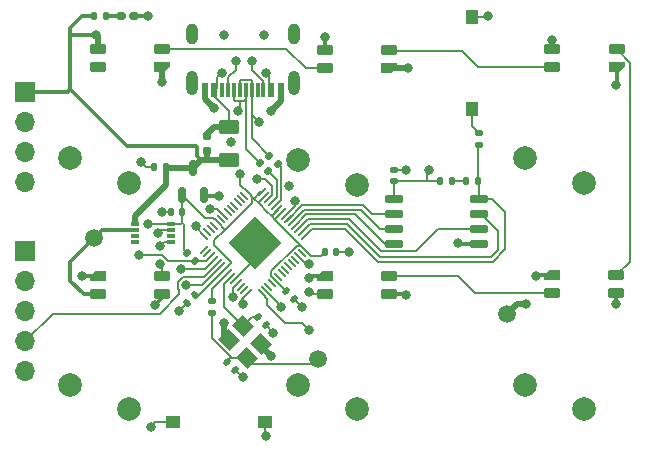
<source format=gbl>
G04 #@! TF.GenerationSoftware,KiCad,Pcbnew,(7.0.0)*
G04 #@! TF.CreationDate,2023-09-09T12:15:38-05:00*
G04 #@! TF.ProjectId,6_key_macro_pad_V1,365f6b65-795f-46d6-9163-726f5f706164,rev?*
G04 #@! TF.SameCoordinates,Original*
G04 #@! TF.FileFunction,Copper,L4,Bot*
G04 #@! TF.FilePolarity,Positive*
%FSLAX46Y46*%
G04 Gerber Fmt 4.6, Leading zero omitted, Abs format (unit mm)*
G04 Created by KiCad (PCBNEW (7.0.0)) date 2023-09-09 12:15:38*
%MOMM*%
%LPD*%
G01*
G04 APERTURE LIST*
G04 Aperture macros list*
%AMRoundRect*
0 Rectangle with rounded corners*
0 $1 Rounding radius*
0 $2 $3 $4 $5 $6 $7 $8 $9 X,Y pos of 4 corners*
0 Add a 4 corners polygon primitive as box body*
4,1,4,$2,$3,$4,$5,$6,$7,$8,$9,$2,$3,0*
0 Add four circle primitives for the rounded corners*
1,1,$1+$1,$2,$3*
1,1,$1+$1,$4,$5*
1,1,$1+$1,$6,$7*
1,1,$1+$1,$8,$9*
0 Add four rect primitives between the rounded corners*
20,1,$1+$1,$2,$3,$4,$5,0*
20,1,$1+$1,$4,$5,$6,$7,0*
20,1,$1+$1,$6,$7,$8,$9,0*
20,1,$1+$1,$8,$9,$2,$3,0*%
%AMRotRect*
0 Rectangle, with rotation*
0 The origin of the aperture is its center*
0 $1 length*
0 $2 width*
0 $3 Rotation angle, in degrees counterclockwise*
0 Add horizontal line*
21,1,$1,$2,0,0,$3*%
%AMFreePoly0*
4,1,18,-0.410000,0.593000,-0.403758,0.624380,-0.385983,0.650983,-0.359380,0.668758,-0.328000,0.675000,0.328000,0.675000,0.359380,0.668758,0.385983,0.650983,0.403758,0.624380,0.410000,0.593000,0.410000,-0.593000,0.403758,-0.624380,0.385983,-0.650983,0.359380,-0.668758,0.328000,-0.675000,0.000000,-0.675000,-0.410000,-0.265000,-0.410000,0.593000,-0.410000,0.593000,$1*%
G04 Aperture macros list end*
G04 #@! TA.AperFunction,ComponentPad*
%ADD10C,2.000000*%
G04 #@! TD*
G04 #@! TA.AperFunction,SMDPad,CuDef*
%ADD11RoundRect,0.135000X0.135000X0.185000X-0.135000X0.185000X-0.135000X-0.185000X0.135000X-0.185000X0*%
G04 #@! TD*
G04 #@! TA.AperFunction,SMDPad,CuDef*
%ADD12RoundRect,0.050000X0.309359X-0.238649X-0.238649X0.309359X-0.309359X0.238649X0.238649X-0.309359X0*%
G04 #@! TD*
G04 #@! TA.AperFunction,SMDPad,CuDef*
%ADD13RoundRect,0.050000X0.309359X0.238649X0.238649X0.309359X-0.309359X-0.238649X-0.238649X-0.309359X0*%
G04 #@! TD*
G04 #@! TA.AperFunction,SMDPad,CuDef*
%ADD14RotRect,3.200000X3.200000X135.000000*%
G04 #@! TD*
G04 #@! TA.AperFunction,SMDPad,CuDef*
%ADD15RoundRect,0.082000X0.593000X-0.328000X0.593000X0.328000X-0.593000X0.328000X-0.593000X-0.328000X0*%
G04 #@! TD*
G04 #@! TA.AperFunction,SMDPad,CuDef*
%ADD16FreePoly0,90.000000*%
G04 #@! TD*
G04 #@! TA.AperFunction,SMDPad,CuDef*
%ADD17RoundRect,0.250000X-0.625000X0.375000X-0.625000X-0.375000X0.625000X-0.375000X0.625000X0.375000X0*%
G04 #@! TD*
G04 #@! TA.AperFunction,SMDPad,CuDef*
%ADD18R,1.250000X1.000000*%
G04 #@! TD*
G04 #@! TA.AperFunction,SMDPad,CuDef*
%ADD19R,1.000000X1.250000*%
G04 #@! TD*
G04 #@! TA.AperFunction,SMDPad,CuDef*
%ADD20RoundRect,0.135000X0.185000X-0.135000X0.185000X0.135000X-0.185000X0.135000X-0.185000X-0.135000X0*%
G04 #@! TD*
G04 #@! TA.AperFunction,SMDPad,CuDef*
%ADD21RoundRect,0.140000X-0.140000X-0.170000X0.140000X-0.170000X0.140000X0.170000X-0.140000X0.170000X0*%
G04 #@! TD*
G04 #@! TA.AperFunction,SMDPad,CuDef*
%ADD22RoundRect,0.140000X0.170000X-0.140000X0.170000X0.140000X-0.170000X0.140000X-0.170000X-0.140000X0*%
G04 #@! TD*
G04 #@! TA.AperFunction,SMDPad,CuDef*
%ADD23C,1.500000*%
G04 #@! TD*
G04 #@! TA.AperFunction,SMDPad,CuDef*
%ADD24RoundRect,0.160000X-0.160000X0.197500X-0.160000X-0.197500X0.160000X-0.197500X0.160000X0.197500X0*%
G04 #@! TD*
G04 #@! TA.AperFunction,SMDPad,CuDef*
%ADD25RoundRect,0.140000X-0.219203X-0.021213X-0.021213X-0.219203X0.219203X0.021213X0.021213X0.219203X0*%
G04 #@! TD*
G04 #@! TA.AperFunction,SMDPad,CuDef*
%ADD26RotRect,1.400000X1.200000X135.000000*%
G04 #@! TD*
G04 #@! TA.AperFunction,SMDPad,CuDef*
%ADD27RoundRect,0.140000X0.219203X0.021213X0.021213X0.219203X-0.219203X-0.021213X-0.021213X-0.219203X0*%
G04 #@! TD*
G04 #@! TA.AperFunction,SMDPad,CuDef*
%ADD28RoundRect,0.135000X-0.135000X-0.185000X0.135000X-0.185000X0.135000X0.185000X-0.135000X0.185000X0*%
G04 #@! TD*
G04 #@! TA.AperFunction,ComponentPad*
%ADD29R,1.700000X1.700000*%
G04 #@! TD*
G04 #@! TA.AperFunction,ComponentPad*
%ADD30O,1.700000X1.700000*%
G04 #@! TD*
G04 #@! TA.AperFunction,SMDPad,CuDef*
%ADD31R,0.600000X1.150000*%
G04 #@! TD*
G04 #@! TA.AperFunction,SMDPad,CuDef*
%ADD32R,0.300000X1.150000*%
G04 #@! TD*
G04 #@! TA.AperFunction,ComponentPad*
%ADD33O,1.000000X1.800000*%
G04 #@! TD*
G04 #@! TA.AperFunction,ComponentPad*
%ADD34O,1.000000X2.100000*%
G04 #@! TD*
G04 #@! TA.AperFunction,SMDPad,CuDef*
%ADD35RoundRect,0.135000X0.226274X0.035355X0.035355X0.226274X-0.226274X-0.035355X-0.035355X-0.226274X0*%
G04 #@! TD*
G04 #@! TA.AperFunction,SMDPad,CuDef*
%ADD36RoundRect,0.135000X-0.185000X0.135000X-0.185000X-0.135000X0.185000X-0.135000X0.185000X0.135000X0*%
G04 #@! TD*
G04 #@! TA.AperFunction,SMDPad,CuDef*
%ADD37RoundRect,0.160000X0.222500X0.160000X-0.222500X0.160000X-0.222500X-0.160000X0.222500X-0.160000X0*%
G04 #@! TD*
G04 #@! TA.AperFunction,SMDPad,CuDef*
%ADD38RoundRect,0.140000X0.140000X0.170000X-0.140000X0.170000X-0.140000X-0.170000X0.140000X-0.170000X0*%
G04 #@! TD*
G04 #@! TA.AperFunction,SMDPad,CuDef*
%ADD39RoundRect,0.082000X-0.593000X0.328000X-0.593000X-0.328000X0.593000X-0.328000X0.593000X0.328000X0*%
G04 #@! TD*
G04 #@! TA.AperFunction,SMDPad,CuDef*
%ADD40FreePoly0,270.000000*%
G04 #@! TD*
G04 #@! TA.AperFunction,SMDPad,CuDef*
%ADD41RoundRect,0.150000X0.650000X0.150000X-0.650000X0.150000X-0.650000X-0.150000X0.650000X-0.150000X0*%
G04 #@! TD*
G04 #@! TA.AperFunction,SMDPad,CuDef*
%ADD42RoundRect,0.150000X0.150000X-0.512500X0.150000X0.512500X-0.150000X0.512500X-0.150000X-0.512500X0*%
G04 #@! TD*
G04 #@! TA.AperFunction,SMDPad,CuDef*
%ADD43R,0.800000X0.300000*%
G04 #@! TD*
G04 #@! TA.AperFunction,SMDPad,CuDef*
%ADD44RoundRect,0.140000X-0.021213X0.219203X-0.219203X0.021213X0.021213X-0.219203X0.219203X-0.021213X0*%
G04 #@! TD*
G04 #@! TA.AperFunction,ViaPad*
%ADD45C,0.800000*%
G04 #@! TD*
G04 #@! TA.AperFunction,Conductor*
%ADD46C,0.150000*%
G04 #@! TD*
G04 #@! TA.AperFunction,Conductor*
%ADD47C,0.500000*%
G04 #@! TD*
G04 #@! TA.AperFunction,Conductor*
%ADD48C,0.200000*%
G04 #@! TD*
G04 #@! TA.AperFunction,Conductor*
%ADD49C,0.300000*%
G04 #@! TD*
G04 APERTURE END LIST*
D10*
X181500000Y-102600000D03*
X186500000Y-104700000D03*
X200700000Y-102600000D03*
X205700000Y-104700000D03*
X162200000Y-102600000D03*
X167200000Y-104700000D03*
X181500000Y-83600000D03*
X186500000Y-85700000D03*
X162200000Y-83400000D03*
X167200000Y-85500000D03*
X200700000Y-83400000D03*
X205700000Y-85500000D03*
D11*
X196710000Y-85400000D03*
X195690000Y-85400000D03*
D12*
X182069157Y-91192202D03*
X181786314Y-91475045D03*
X181503472Y-91757887D03*
X181220629Y-92040730D03*
X180937786Y-92323573D03*
X180654944Y-92606415D03*
X180372101Y-92889258D03*
X180089258Y-93172101D03*
X179806415Y-93454944D03*
X179523573Y-93737786D03*
X179240730Y-94020629D03*
X178957887Y-94303472D03*
X178675045Y-94586314D03*
X178392202Y-94869157D03*
D13*
X177207798Y-94869157D03*
X176924955Y-94586314D03*
X176642113Y-94303472D03*
X176359270Y-94020629D03*
X176076427Y-93737786D03*
X175793585Y-93454944D03*
X175510742Y-93172101D03*
X175227899Y-92889258D03*
X174945056Y-92606415D03*
X174662214Y-92323573D03*
X174379371Y-92040730D03*
X174096528Y-91757887D03*
X173813686Y-91475045D03*
X173530843Y-91192202D03*
D12*
X173530843Y-90007798D03*
X173813686Y-89724955D03*
X174096528Y-89442113D03*
X174379371Y-89159270D03*
X174662214Y-88876427D03*
X174945056Y-88593585D03*
X175227899Y-88310742D03*
X175510742Y-88027899D03*
X175793585Y-87745056D03*
X176076427Y-87462214D03*
X176359270Y-87179371D03*
X176642113Y-86896528D03*
X176924955Y-86613686D03*
X177207798Y-86330843D03*
D13*
X178392202Y-86330843D03*
X178675045Y-86613686D03*
X178957887Y-86896528D03*
X179240730Y-87179371D03*
X179523573Y-87462214D03*
X179806415Y-87745056D03*
X180089258Y-88027899D03*
X180372101Y-88310742D03*
X180654944Y-88593585D03*
X180937786Y-88876427D03*
X181220629Y-89159270D03*
X181503472Y-89442113D03*
X181786314Y-89724955D03*
X182069157Y-90007798D03*
D14*
X177799999Y-90599999D03*
D11*
X194510000Y-85400000D03*
X193490000Y-85400000D03*
D15*
X183743585Y-74317444D03*
X183743585Y-75817444D03*
X189193585Y-74317444D03*
D16*
X189193584Y-75817443D03*
D17*
X175600000Y-80800000D03*
X175600000Y-83600000D03*
D18*
X178674999Y-105799999D03*
X170924999Y-105799999D03*
D15*
X164543585Y-74217444D03*
X164543585Y-75717444D03*
X169993585Y-74217444D03*
D16*
X169993584Y-75717443D03*
D19*
X196199999Y-71524999D03*
X196199999Y-79274999D03*
D20*
X196800000Y-82310000D03*
X196800000Y-81290000D03*
D21*
X183720000Y-91400000D03*
X184680000Y-91400000D03*
D22*
X189600000Y-85400000D03*
X189600000Y-84440000D03*
D15*
X202993585Y-74217444D03*
X202993585Y-75717444D03*
X208443585Y-74217444D03*
D16*
X208443584Y-75717443D03*
D23*
X164200000Y-90200000D03*
D24*
X173800000Y-81600000D03*
X173800000Y-82795000D03*
D23*
X199200000Y-96600000D03*
D25*
X181139411Y-95339411D03*
X180460589Y-94660589D03*
D26*
X177176776Y-100378857D03*
X175621141Y-98823222D03*
X176823222Y-97621141D03*
X178378857Y-99176776D03*
D27*
X178739411Y-97539411D03*
X178060589Y-96860589D03*
D28*
X164180000Y-71400000D03*
X165200000Y-71400000D03*
D29*
X158399999Y-77799999D03*
D30*
X158399999Y-80339999D03*
X158399999Y-82879999D03*
X158399999Y-85419999D03*
D31*
X173599999Y-77679999D03*
X174399999Y-77679999D03*
D32*
X175549999Y-77679999D03*
X176549999Y-77679999D03*
X177049999Y-77679999D03*
X178049999Y-77679999D03*
D31*
X179199999Y-77679999D03*
X179999999Y-77679999D03*
X179999999Y-77679999D03*
X179199999Y-77679999D03*
D32*
X178549999Y-77679999D03*
X177549999Y-77679999D03*
X176049999Y-77679999D03*
X175049999Y-77679999D03*
D31*
X174399999Y-77679999D03*
X173599999Y-77679999D03*
D33*
X172479999Y-72924999D03*
D34*
X172479999Y-77104999D03*
D33*
X181119999Y-72924999D03*
D34*
X181119999Y-77104999D03*
D35*
X172760624Y-92160624D03*
X172039376Y-91439376D03*
D36*
X174200000Y-95490000D03*
X174200000Y-96510000D03*
D37*
X167600000Y-71400000D03*
X166455000Y-71400000D03*
D38*
X171680000Y-88000000D03*
X170720000Y-88000000D03*
D39*
X189193585Y-94917444D03*
X189193585Y-93417444D03*
X183743585Y-94917444D03*
D40*
X183743584Y-93417443D03*
D39*
X208418585Y-94867444D03*
X208418585Y-93367444D03*
X202968585Y-94867444D03*
D40*
X202968584Y-93367443D03*
D41*
X196800000Y-86895000D03*
X196800000Y-88165000D03*
X196800000Y-89435000D03*
X196800000Y-90705000D03*
X189600000Y-90705000D03*
X189600000Y-89435000D03*
X189600000Y-88165000D03*
X189600000Y-86895000D03*
D25*
X175460589Y-100660589D03*
X176139411Y-101339411D03*
D42*
X173550000Y-86537500D03*
X171650000Y-86537500D03*
X172600000Y-84262500D03*
D29*
X158399999Y-91324999D03*
D30*
X158399999Y-93864999D03*
X158399999Y-96404999D03*
X158399999Y-98944999D03*
X158399999Y-101484999D03*
D39*
X169993585Y-94917444D03*
X169993585Y-93417444D03*
X164543585Y-94917444D03*
D40*
X164543584Y-93417443D03*
D38*
X170280000Y-84200000D03*
X169320000Y-84200000D03*
D43*
X170749999Y-89049999D03*
X170749999Y-89549999D03*
X170749999Y-90049999D03*
X170749999Y-90549999D03*
X167649999Y-90549999D03*
X167649999Y-90049999D03*
X167649999Y-89549999D03*
X167649999Y-89049999D03*
D44*
X172739411Y-95060589D03*
X172060589Y-95739411D03*
D35*
X178960624Y-84560624D03*
X178239376Y-83839376D03*
D23*
X183200000Y-100400000D03*
D35*
X179760624Y-83960624D03*
X179039376Y-83239376D03*
D45*
X175800000Y-82024500D03*
X177800000Y-90600000D03*
X178600000Y-91400000D03*
X179200000Y-100200000D03*
X180683904Y-85800000D03*
X195000000Y-90600000D03*
X177000000Y-89800000D03*
X181800000Y-96000000D03*
X170000000Y-77000000D03*
X178600000Y-73000000D03*
X179200000Y-79400000D03*
X190800000Y-75800000D03*
X182400000Y-93600000D03*
X168200000Y-83800000D03*
X171400000Y-96400000D03*
X197600000Y-71400000D03*
X175200000Y-73000000D03*
X185800000Y-91400000D03*
X177800000Y-89000000D03*
X176200000Y-90600000D03*
X170000000Y-88000000D03*
X168800000Y-71400000D03*
X178600000Y-89800000D03*
X174400000Y-79200000D03*
X201600000Y-93400000D03*
X179400000Y-98200000D03*
X179400000Y-90600000D03*
X163200000Y-93400000D03*
X208400000Y-77200000D03*
X176800000Y-102000000D03*
X178800000Y-107000000D03*
X175200000Y-97400000D03*
X190600000Y-84400000D03*
X174800000Y-86600000D03*
X169800000Y-90897896D03*
X177800000Y-92200000D03*
X177000000Y-91400000D03*
X203000000Y-73400000D03*
X190600000Y-95000000D03*
X164400000Y-73000000D03*
X169403741Y-95900500D03*
X183800000Y-73200000D03*
X208400000Y-95800000D03*
X200800000Y-95800000D03*
X192600000Y-84400000D03*
X176600000Y-84800000D03*
X168800000Y-89000000D03*
X178000000Y-85200000D03*
X181229643Y-87029643D03*
X172000000Y-94200000D03*
X175000000Y-76200000D03*
X178800000Y-76200000D03*
X176400000Y-79400000D03*
X178200000Y-80400000D03*
X176200000Y-75200000D03*
X177600000Y-75200000D03*
X168000000Y-91597396D03*
X169000000Y-106200000D03*
X171559689Y-92816851D03*
X172800000Y-89200000D03*
X169600000Y-89800000D03*
X169800000Y-92400000D03*
X182400000Y-94800000D03*
X174058900Y-87707983D03*
X182400000Y-92400497D03*
X176000000Y-95200000D03*
X176800000Y-95800000D03*
X182400000Y-98000000D03*
X180000000Y-96000000D03*
D46*
X178000000Y-85200000D02*
X178721984Y-85200000D01*
X178721984Y-85200000D02*
X179309404Y-85787420D01*
X179309404Y-85787420D02*
X179309404Y-86545011D01*
X179309404Y-86545011D02*
X178957887Y-86896528D01*
D47*
X169993585Y-76993585D02*
X170000000Y-77000000D01*
X178378858Y-99378858D02*
X179200000Y-100200000D01*
D46*
X177800000Y-92014213D02*
X177800000Y-92014213D01*
D48*
X181139411Y-95339411D02*
X181800000Y-96000000D01*
D49*
X163217444Y-93417444D02*
X163200000Y-93400000D01*
D48*
X169800000Y-90897896D02*
X170147896Y-90550000D01*
D47*
X175200000Y-97400000D02*
X175200000Y-98402081D01*
X173600000Y-78400000D02*
X173600000Y-77680000D01*
X180000000Y-78600000D02*
X180000000Y-77680000D01*
D49*
X173612500Y-86600000D02*
X173550000Y-86537500D01*
D48*
X178675000Y-105800000D02*
X178675000Y-106875000D01*
D49*
X182582556Y-93417444D02*
X183743585Y-93417444D01*
D48*
X184680000Y-91400000D02*
X185800000Y-91400000D01*
D47*
X169993585Y-75717444D02*
X169993585Y-76993585D01*
D49*
X201632556Y-93367444D02*
X201600000Y-93400000D01*
D48*
X190560000Y-84440000D02*
X190600000Y-84400000D01*
X178739411Y-97539411D02*
X179400000Y-98200000D01*
X172060589Y-95739411D02*
X171400000Y-96400000D01*
D49*
X182400000Y-93600000D02*
X182582556Y-93417444D01*
D48*
X176076427Y-93737786D02*
X177800000Y-92014213D01*
D47*
X178378858Y-99176777D02*
X178378858Y-99378858D01*
D49*
X202968585Y-93367444D02*
X201632556Y-93367444D01*
D48*
X197475000Y-71525000D02*
X197600000Y-71400000D01*
X189600000Y-84440000D02*
X190560000Y-84440000D01*
D47*
X190782556Y-75817444D02*
X190800000Y-75800000D01*
D49*
X174800000Y-86600000D02*
X173612500Y-86600000D01*
X196800000Y-90705000D02*
X195105000Y-90705000D01*
X208443585Y-77156415D02*
X208443585Y-75717444D01*
X195105000Y-90705000D02*
X195000000Y-90600000D01*
D47*
X189193585Y-75817444D02*
X190782556Y-75817444D01*
X174400000Y-79200000D02*
X173600000Y-78400000D01*
D48*
X170147896Y-90550000D02*
X170750000Y-90550000D01*
X176139411Y-101339411D02*
X176800000Y-102000000D01*
D47*
X179200000Y-79400000D02*
X180000000Y-78600000D01*
D48*
X169320000Y-84200000D02*
X168600000Y-84200000D01*
X170720000Y-88000000D02*
X170000000Y-88000000D01*
D47*
X175200000Y-98402081D02*
X175621142Y-98823223D01*
D48*
X196200000Y-71525000D02*
X197475000Y-71525000D01*
D49*
X208400000Y-77200000D02*
X208443585Y-77156415D01*
D48*
X168600000Y-84200000D02*
X168200000Y-83800000D01*
D49*
X164543585Y-93417444D02*
X163217444Y-93417444D01*
X167600000Y-71400000D02*
X168800000Y-71400000D01*
D48*
X178675000Y-106875000D02*
X178800000Y-107000000D01*
X196200000Y-80690000D02*
X196200000Y-79275000D01*
X196800000Y-81290000D02*
X196200000Y-80690000D01*
D49*
X172910000Y-83247500D02*
X173262500Y-83600000D01*
X172910000Y-82510000D02*
X172910000Y-83247500D01*
X162200000Y-73000000D02*
X164400000Y-73000000D01*
X189193585Y-94917444D02*
X190517444Y-94917444D01*
D47*
X173800000Y-83600000D02*
X173262500Y-83600000D01*
X173800000Y-82795000D02*
X173800000Y-83600000D01*
D49*
X162200000Y-77569848D02*
X167030152Y-82400000D01*
X167030152Y-82400000D02*
X172800000Y-82400000D01*
X190517444Y-94917444D02*
X190600000Y-95000000D01*
X162200000Y-74200000D02*
X162200000Y-77569848D01*
X202993585Y-73406415D02*
X203000000Y-73400000D01*
X172800000Y-82400000D02*
X172910000Y-82510000D01*
X208418585Y-95781415D02*
X208400000Y-95800000D01*
X169993585Y-95310656D02*
X169403741Y-95900500D01*
D47*
X164543585Y-73143585D02*
X164400000Y-73000000D01*
X170342500Y-84262500D02*
X170280000Y-84200000D01*
D49*
X162200000Y-73000000D02*
X162200000Y-74200000D01*
X169993585Y-94917444D02*
X169993585Y-95310656D01*
D47*
X173262500Y-83600000D02*
X172600000Y-84262500D01*
D49*
X164180000Y-71400000D02*
X163200000Y-71400000D01*
X202993585Y-74217444D02*
X202993585Y-73406415D01*
D47*
X164543585Y-74217444D02*
X164543585Y-73143585D01*
X175600000Y-83600000D02*
X173800000Y-83600000D01*
D49*
X161969848Y-77800000D02*
X158400000Y-77800000D01*
D47*
X167650000Y-88350000D02*
X167650000Y-88950000D01*
X172600000Y-84262500D02*
X170342500Y-84262500D01*
D49*
X163200000Y-71400000D02*
X162200000Y-72400000D01*
D47*
X170280000Y-85720000D02*
X167650000Y-88350000D01*
X170280000Y-84200000D02*
X170280000Y-85720000D01*
D49*
X162200000Y-72400000D02*
X162200000Y-73000000D01*
X183743585Y-73256415D02*
X183800000Y-73200000D01*
X208418585Y-94867444D02*
X208418585Y-95781415D01*
X183743585Y-74317444D02*
X183743585Y-73256415D01*
X162200000Y-77569848D02*
X161969848Y-77800000D01*
D46*
X174400000Y-90800000D02*
X175800000Y-92200000D01*
X175800000Y-92317157D02*
X175227899Y-92889258D01*
X181717641Y-90840686D02*
X182069157Y-91192202D01*
X175300000Y-89500000D02*
X174400000Y-90400000D01*
X183396955Y-91723045D02*
X183720000Y-91400000D01*
X178138477Y-87261523D02*
X177738477Y-86861523D01*
D48*
X168800000Y-89000000D02*
X168850000Y-89050000D01*
X171650000Y-86537500D02*
X173612411Y-88499911D01*
D46*
X174662214Y-88876427D02*
X174676427Y-88876427D01*
X179172056Y-93386269D02*
X179172056Y-93027944D01*
D48*
X168850000Y-89050000D02*
X170750000Y-89050000D01*
D47*
X200800000Y-95800000D02*
X200000000Y-95800000D01*
D46*
X179538477Y-88578680D02*
X179538477Y-88661523D01*
X178838477Y-87961523D02*
X178138477Y-87261523D01*
D48*
X173056569Y-95060589D02*
X175227899Y-92889258D01*
D46*
X178138477Y-87150254D02*
X178675045Y-86613686D01*
X178138477Y-87261523D02*
X178138477Y-87150254D01*
D48*
X189600000Y-86895000D02*
X189600000Y-85400000D01*
X171680000Y-88000000D02*
X171680000Y-86567500D01*
X172039376Y-91439376D02*
X171800000Y-91200000D01*
X171800000Y-89040000D02*
X171680000Y-88920000D01*
D46*
X182600000Y-91723045D02*
X183396955Y-91723045D01*
X177559314Y-87240686D02*
X175300000Y-89500000D01*
X176600000Y-84800000D02*
X176600000Y-85723045D01*
X179172056Y-93027944D02*
X181359314Y-90840686D01*
X176600000Y-85723045D02*
X177207798Y-86330843D01*
D48*
X174285698Y-88499911D02*
X174662214Y-88876427D01*
D46*
X182069157Y-91192202D02*
X182600000Y-91723045D01*
X180089258Y-88027899D02*
X179538477Y-88578680D01*
D48*
X173612411Y-88499911D02*
X174285698Y-88499911D01*
D46*
X179523573Y-93737786D02*
X179172056Y-93386269D01*
X174676427Y-88876427D02*
X175300000Y-89500000D01*
D48*
X192400000Y-85400000D02*
X189600000Y-85400000D01*
D46*
X177207798Y-86330843D02*
X177559314Y-86682359D01*
X179806415Y-87793585D02*
X179238477Y-88361523D01*
D48*
X192400000Y-85400000D02*
X192400000Y-84600000D01*
D46*
X177559314Y-86682359D02*
X177559314Y-87240686D01*
X175800000Y-92200000D02*
X175800000Y-92317157D01*
D48*
X192400000Y-84600000D02*
X192600000Y-84400000D01*
X180446376Y-94660589D02*
X179523573Y-93737786D01*
D47*
X200000000Y-95800000D02*
X199200000Y-96600000D01*
D46*
X178269157Y-86330843D02*
X177738477Y-86861523D01*
X182069157Y-91192202D02*
X179538477Y-88661523D01*
D48*
X171680000Y-88920000D02*
X171550000Y-89050000D01*
D46*
X178392202Y-86330843D02*
X178269157Y-86330843D01*
X179538477Y-88661523D02*
X179238477Y-88361523D01*
D48*
X172739411Y-95060589D02*
X173056569Y-95060589D01*
X171550000Y-89050000D02*
X170750000Y-89050000D01*
X171680000Y-86567500D02*
X171650000Y-86537500D01*
D46*
X177738477Y-86861523D02*
X177207798Y-86330843D01*
X179806415Y-87745056D02*
X179806415Y-87793585D01*
D48*
X180460589Y-94660589D02*
X180446376Y-94660589D01*
D46*
X179238477Y-88361523D02*
X178838477Y-87961523D01*
D48*
X171680000Y-88000000D02*
X171680000Y-88920000D01*
D46*
X181359314Y-90840686D02*
X181717641Y-90840686D01*
X174400000Y-90400000D02*
X174400000Y-90800000D01*
D48*
X193490000Y-85400000D02*
X192400000Y-85400000D01*
X171800000Y-91200000D02*
X171800000Y-89040000D01*
X173351471Y-94200000D02*
X174945056Y-92606415D01*
D46*
X181229643Y-87453200D02*
X180372101Y-88310742D01*
D48*
X172000000Y-94200000D02*
X173351471Y-94200000D01*
D46*
X181229643Y-87029643D02*
X181229643Y-87453200D01*
D48*
X175200000Y-95997919D02*
X176823223Y-97621142D01*
X178060589Y-96860589D02*
X177583776Y-96860589D01*
X175793585Y-93454944D02*
X175200000Y-94048529D01*
X177583776Y-96860589D02*
X176823223Y-97621142D01*
X175200000Y-94048529D02*
X175200000Y-95997919D01*
X183300000Y-100900000D02*
X177697919Y-100900000D01*
X177176777Y-100378858D02*
X175903985Y-100378858D01*
X175742320Y-100378858D02*
X175460589Y-100660589D01*
X174200000Y-98674873D02*
X174200000Y-96510000D01*
X177697919Y-100900000D02*
X177176777Y-100378858D01*
X175903985Y-100378858D02*
X174200000Y-98674873D01*
X177176777Y-100378858D02*
X175742320Y-100378858D01*
D49*
X166455000Y-71400000D02*
X165200000Y-71400000D01*
D47*
X173800000Y-81600000D02*
X173800000Y-81400000D01*
D48*
X179015000Y-77495000D02*
X179015000Y-76415000D01*
X174600000Y-76600000D02*
X175000000Y-76200000D01*
X174400000Y-77680000D02*
X174600000Y-77480000D01*
X174600000Y-77480000D02*
X174600000Y-76600000D01*
X174400000Y-78210050D02*
X175600000Y-79410050D01*
D47*
X173800000Y-81400000D02*
X174400000Y-80800000D01*
D48*
X179200000Y-77680000D02*
X179015000Y-77495000D01*
D47*
X174400000Y-80800000D02*
X175600000Y-80800000D01*
D48*
X175600000Y-79410050D02*
X175600000Y-80800000D01*
X179015000Y-76415000D02*
X178800000Y-76200000D01*
X174400000Y-77680000D02*
X174400000Y-78210050D01*
X176050000Y-77680000D02*
X176050000Y-78505000D01*
X177050000Y-82650000D02*
X177050000Y-77680000D01*
X176600000Y-78555000D02*
X176945000Y-78555000D01*
X176600000Y-78555000D02*
X176600000Y-79200000D01*
X176945000Y-78555000D02*
X177050000Y-78450000D01*
X176600000Y-79200000D02*
X176400000Y-79400000D01*
X176100000Y-78555000D02*
X176600000Y-78555000D01*
X176050000Y-78505000D02*
X176100000Y-78555000D01*
X178239376Y-83839376D02*
X177050000Y-82650000D01*
X177050000Y-78450000D02*
X177050000Y-77680000D01*
X177550000Y-79600000D02*
X177550000Y-77680000D01*
X176550000Y-77680000D02*
X176550000Y-76855000D01*
X176600000Y-76805000D02*
X177500000Y-76805000D01*
X177550000Y-81750000D02*
X177550000Y-79600000D01*
X177550000Y-79750000D02*
X178200000Y-80400000D01*
X179039376Y-83239376D02*
X177550000Y-81750000D01*
X177550000Y-79600000D02*
X177550000Y-79750000D01*
X177500000Y-76805000D02*
X177550000Y-76855000D01*
X177550000Y-76855000D02*
X177550000Y-77680000D01*
X176550000Y-76855000D02*
X176600000Y-76805000D01*
D46*
X176200000Y-75954595D02*
X175550000Y-76604595D01*
X175550000Y-76604595D02*
X175550000Y-77680000D01*
X176200000Y-75200000D02*
X176200000Y-75954595D01*
X177600000Y-75955000D02*
X178550000Y-76905000D01*
X177600000Y-75200000D02*
X177600000Y-75955000D01*
X178550000Y-76905000D02*
X178550000Y-77680000D01*
D48*
X170925000Y-105800000D02*
X169400000Y-105800000D01*
X170506801Y-92116851D02*
X172716851Y-92116851D01*
X169987346Y-91597396D02*
X170506801Y-92116851D01*
X168000000Y-91597396D02*
X169987346Y-91597396D01*
X172716851Y-92116851D02*
X172760624Y-92160624D01*
X174096528Y-91757887D02*
X173693791Y-92160624D01*
X173693791Y-92160624D02*
X172760624Y-92160624D01*
X169400000Y-105800000D02*
X169000000Y-106200000D01*
X174662214Y-92323573D02*
X173485787Y-93500000D01*
X160745000Y-96600000D02*
X158400000Y-98945000D01*
X171300000Y-93910050D02*
X171300000Y-94489950D01*
X171400000Y-94972259D02*
X169772259Y-96600000D01*
X171400000Y-94589950D02*
X171400000Y-94972259D01*
X173485787Y-93500000D02*
X171710050Y-93500000D01*
X171300000Y-94489950D02*
X171400000Y-94589950D01*
X171710050Y-93500000D02*
X171300000Y-93910050D01*
X169772259Y-96600000D02*
X160745000Y-96600000D01*
X173598203Y-92821898D02*
X174379371Y-92040730D01*
X171564736Y-92821898D02*
X173598203Y-92821898D01*
X171559689Y-92816851D02*
X171564736Y-92821898D01*
D49*
X163317444Y-94917444D02*
X162200000Y-93800000D01*
X164543585Y-94917444D02*
X163317444Y-94917444D01*
X162200000Y-93800000D02*
X162200000Y-92200000D01*
X164850000Y-89550000D02*
X167650000Y-89550000D01*
X162200000Y-92200000D02*
X164850000Y-89550000D01*
D46*
X180009404Y-86976383D02*
X180009404Y-84209404D01*
X179523573Y-87462214D02*
X180009404Y-86976383D01*
X180009404Y-84209404D02*
X179760624Y-83960624D01*
X179659404Y-86760697D02*
X179659404Y-85259404D01*
X179240730Y-87179371D02*
X179659404Y-86760697D01*
X179659404Y-85259404D02*
X178960624Y-84560624D01*
D48*
X174200000Y-95490000D02*
X174200000Y-94482843D01*
X174200000Y-94482843D02*
X175510742Y-93172101D01*
X195690000Y-85400000D02*
X194510000Y-85400000D01*
X188234315Y-92200000D02*
X197965686Y-92200000D01*
X182069157Y-90007798D02*
X182676955Y-89400000D01*
X196710000Y-82400000D02*
X196800000Y-82310000D01*
X197895000Y-86895000D02*
X196800000Y-86895000D01*
X199000000Y-91165686D02*
X199000000Y-88000000D01*
X196710000Y-85400000D02*
X196710000Y-82400000D01*
X196800000Y-85490000D02*
X196710000Y-85400000D01*
X197965686Y-92200000D02*
X199000000Y-91165686D01*
X182676955Y-89400000D02*
X185434315Y-89400000D01*
X196800000Y-86895000D02*
X196800000Y-85490000D01*
X185434315Y-89400000D02*
X188234315Y-92200000D01*
X199000000Y-88000000D02*
X197895000Y-86895000D01*
X187765000Y-88165000D02*
X187000000Y-87400000D01*
X189600000Y-88165000D02*
X187765000Y-88165000D01*
X187000000Y-87400000D02*
X181848529Y-87400000D01*
X181848529Y-87400000D02*
X180524264Y-88724265D01*
X188435000Y-89435000D02*
X189600000Y-89435000D01*
X182014213Y-87800000D02*
X186800000Y-87800000D01*
X180937786Y-88876427D02*
X182014213Y-87800000D01*
X186800000Y-87800000D02*
X188435000Y-89435000D01*
X181220629Y-89159270D02*
X182179899Y-88200000D01*
X182179899Y-88200000D02*
X186300000Y-88200000D01*
X186300000Y-88200000D02*
X188805000Y-90705000D01*
X188805000Y-90705000D02*
X189600000Y-90705000D01*
X182345585Y-88600000D02*
X185834314Y-88600000D01*
X185834314Y-88600000D02*
X188539314Y-91305000D01*
X188539314Y-91305000D02*
X191495000Y-91305000D01*
X193365000Y-89435000D02*
X196800000Y-89435000D01*
X191495000Y-91305000D02*
X193365000Y-89435000D01*
X181503472Y-89442113D02*
X182345585Y-88600000D01*
X197800000Y-91800000D02*
X198400000Y-91200000D01*
X181786314Y-89724955D02*
X182511269Y-89000000D01*
X185600000Y-89000000D02*
X188400000Y-91800000D01*
X198400000Y-89598604D02*
X196966396Y-88165000D01*
X182511269Y-89000000D02*
X185600000Y-89000000D01*
X198400000Y-91200000D02*
X198400000Y-89598604D01*
X188400000Y-91800000D02*
X197800000Y-91800000D01*
X196966396Y-88165000D02*
X196800000Y-88165000D01*
X169850000Y-89550000D02*
X169600000Y-89800000D01*
X173530843Y-90007798D02*
X172800000Y-89276955D01*
X172800000Y-89276955D02*
X172800000Y-89200000D01*
X170750000Y-89550000D02*
X169850000Y-89550000D01*
X189193585Y-93417444D02*
X189211029Y-93400000D01*
X189211029Y-93400000D02*
X195000000Y-93400000D01*
X195000000Y-93400000D02*
X196467444Y-94867444D01*
X196467444Y-94867444D02*
X202968585Y-94867444D01*
X169993585Y-93417444D02*
X169993585Y-92593585D01*
X183743585Y-94917444D02*
X182517444Y-94917444D01*
X169993585Y-92593585D02*
X169800000Y-92400000D01*
X182517444Y-94917444D02*
X182400000Y-94800000D01*
X189276141Y-74400000D02*
X189193585Y-74317444D01*
X196717444Y-75717444D02*
X195400000Y-74400000D01*
X202993585Y-75717444D02*
X196717444Y-75717444D01*
X195400000Y-74400000D02*
X189276141Y-74400000D01*
X183743585Y-75817444D02*
X182117444Y-75817444D01*
X182117444Y-75817444D02*
X180500000Y-74200000D01*
X180500000Y-74200000D02*
X170011029Y-74200000D01*
X170011029Y-74200000D02*
X169993585Y-74217444D01*
X209600000Y-75373859D02*
X208443585Y-74217444D01*
X208418585Y-93367444D02*
X209600000Y-92186029D01*
X209600000Y-92186029D02*
X209600000Y-75373859D01*
X175227899Y-88310742D02*
X174625140Y-87707983D01*
X174625140Y-87707983D02*
X174058900Y-87707983D01*
X181503472Y-91757887D02*
X182146082Y-92400497D01*
X182146082Y-92400497D02*
X182400000Y-92400497D01*
X176359270Y-94020629D02*
X175982754Y-94397147D01*
X175982754Y-94397147D02*
X175982754Y-95182754D01*
X175982754Y-95182754D02*
X176000000Y-95200000D01*
X176700000Y-95376953D02*
X176700000Y-95400000D01*
X176700000Y-95400000D02*
X176700000Y-95700000D01*
X176700000Y-95700000D02*
X176800000Y-95800000D01*
X177207798Y-94869157D02*
X176700000Y-95376953D01*
X181800000Y-97400000D02*
X182400000Y-98000000D01*
X178861523Y-95338477D02*
X178861523Y-95861523D01*
X178392202Y-94869157D02*
X178861523Y-95338477D01*
X178861523Y-95861523D02*
X180400000Y-97400000D01*
X180400000Y-97400000D02*
X181800000Y-97400000D01*
X178675045Y-94586314D02*
X180000000Y-95911269D01*
X180000000Y-95911269D02*
X180000000Y-96000000D01*
M02*

</source>
